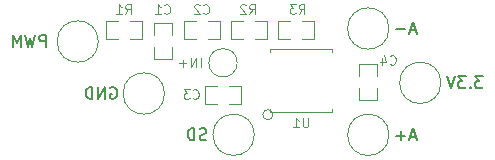
<source format=gbo>
G04 #@! TF.GenerationSoftware,KiCad,Pcbnew,5.0.2-bee76a0~70~ubuntu16.04.1*
G04 #@! TF.CreationDate,2019-08-25T20:36:25-07:00*
G04 #@! TF.ProjectId,endcap,656e6463-6170-42e6-9b69-6361645f7063,rev?*
G04 #@! TF.SameCoordinates,PX2faf080PY2faf080*
G04 #@! TF.FileFunction,Legend,Bot*
G04 #@! TF.FilePolarity,Positive*
%FSLAX46Y46*%
G04 Gerber Fmt 4.6, Leading zero omitted, Abs format (unit mm)*
G04 Created by KiCad (PCBNEW 5.0.2-bee76a0~70~ubuntu16.04.1) date Sun 25 Aug 2019 08:36:25 PM PDT*
%MOMM*%
%LPD*%
G01*
G04 APERTURE LIST*
%ADD10C,0.100000*%
%ADD11C,0.120000*%
%ADD12C,0.150000*%
G04 APERTURE END LIST*
D10*
G04 #@! TO.C,C1*
X53762000Y-28944500D02*
X53762000Y-27928500D01*
X53762000Y-27928500D02*
X52238000Y-27928500D01*
X52238000Y-27928500D02*
X52238000Y-28944500D01*
X52238000Y-29960500D02*
X52238000Y-30976500D01*
X52238000Y-30976500D02*
X53762000Y-30976500D01*
X53762000Y-30976500D02*
X53762000Y-29960500D01*
G04 #@! TO.C,C2*
X56808000Y-29262000D02*
X57824000Y-29262000D01*
X57824000Y-29262000D02*
X57824000Y-27738000D01*
X57824000Y-27738000D02*
X56808000Y-27738000D01*
X55792000Y-27738000D02*
X54776000Y-27738000D01*
X54776000Y-27738000D02*
X54776000Y-29262000D01*
X54776000Y-29262000D02*
X55792000Y-29262000D01*
G04 #@! TO.C,C3*
X56576000Y-34762000D02*
X57592000Y-34762000D01*
X56576000Y-33238000D02*
X56576000Y-34762000D01*
X57592000Y-33238000D02*
X56576000Y-33238000D01*
X59624000Y-33238000D02*
X58608000Y-33238000D01*
X59624000Y-34762000D02*
X59624000Y-33238000D01*
X58608000Y-34762000D02*
X59624000Y-34762000D01*
G04 #@! TO.C,C4*
X69638000Y-33408000D02*
X69638000Y-34424000D01*
X69638000Y-34424000D02*
X71162000Y-34424000D01*
X71162000Y-34424000D02*
X71162000Y-33408000D01*
X71162000Y-32392000D02*
X71162000Y-31376000D01*
X71162000Y-31376000D02*
X69638000Y-31376000D01*
X69638000Y-31376000D02*
X69638000Y-32392000D01*
G04 #@! TO.C,R1*
X48223500Y-29262000D02*
X49239500Y-29262000D01*
X48223500Y-27738000D02*
X48223500Y-29262000D01*
X49239500Y-27738000D02*
X48223500Y-27738000D01*
X51271500Y-27738000D02*
X50255500Y-27738000D01*
X51271500Y-29262000D02*
X51271500Y-27738000D01*
X50255500Y-29262000D02*
X51271500Y-29262000D01*
G04 #@! TO.C,R2*
X60808000Y-29262000D02*
X61824000Y-29262000D01*
X61824000Y-29262000D02*
X61824000Y-27738000D01*
X61824000Y-27738000D02*
X60808000Y-27738000D01*
X59792000Y-27738000D02*
X58776000Y-27738000D01*
X58776000Y-27738000D02*
X58776000Y-29262000D01*
X58776000Y-29262000D02*
X59792000Y-29262000D01*
G04 #@! TO.C,R3*
X62776000Y-29262000D02*
X63792000Y-29262000D01*
X62776000Y-27738000D02*
X62776000Y-29262000D01*
X63792000Y-27738000D02*
X62776000Y-27738000D01*
X65824000Y-27738000D02*
X64808000Y-27738000D01*
X65824000Y-29262000D02*
X65824000Y-27738000D01*
X64808000Y-29262000D02*
X65824000Y-29262000D01*
D11*
G04 #@! TO.C,TP1*
X47550000Y-29500000D02*
G75*
G03X47550000Y-29500000I-1750000J0D01*
G01*
G04 #@! TO.C,TP2*
X53150000Y-33900000D02*
G75*
G03X53150000Y-33900000I-1750000J0D01*
G01*
G04 #@! TO.C,TP3*
X76550000Y-33000000D02*
G75*
G03X76550000Y-33000000I-1750000J0D01*
G01*
G04 #@! TO.C,TP4*
X72150000Y-37400000D02*
G75*
G03X72150000Y-37400000I-1750000J0D01*
G01*
G04 #@! TO.C,TP5*
X72150000Y-28400000D02*
G75*
G03X72150000Y-28400000I-1750000J0D01*
G01*
G04 #@! TO.C,TP6*
X60750000Y-37400000D02*
G75*
G03X60750000Y-37400000I-1750000J0D01*
G01*
G04 #@! TO.C,TP7*
X59300000Y-31300000D02*
G75*
G03X59300000Y-31300000I-1200000J0D01*
G01*
D10*
G04 #@! TO.C,U1*
X62324264Y-35700000D02*
G75*
G03X62324264Y-35700000I-424264J0D01*
G01*
X62100000Y-30400000D02*
X62100000Y-30100000D01*
X62100000Y-30100000D02*
X67300000Y-30100000D01*
X67300000Y-30100000D02*
X67300000Y-30400000D01*
X67300000Y-35200000D02*
X67300000Y-35500000D01*
X67300000Y-35500000D02*
X62100000Y-35500000D01*
X62100000Y-35500000D02*
X62100000Y-35200000D01*
G04 #@! TO.C,C1*
X53133333Y-27085714D02*
X53171428Y-27123809D01*
X53285714Y-27161904D01*
X53361904Y-27161904D01*
X53476190Y-27123809D01*
X53552380Y-27047619D01*
X53590476Y-26971428D01*
X53628571Y-26819047D01*
X53628571Y-26704761D01*
X53590476Y-26552380D01*
X53552380Y-26476190D01*
X53476190Y-26400000D01*
X53361904Y-26361904D01*
X53285714Y-26361904D01*
X53171428Y-26400000D01*
X53133333Y-26438095D01*
X52371428Y-27161904D02*
X52828571Y-27161904D01*
X52600000Y-27161904D02*
X52600000Y-26361904D01*
X52676190Y-26476190D01*
X52752380Y-26552380D01*
X52828571Y-26590476D01*
G04 #@! TO.C,C2*
X56433333Y-27085714D02*
X56471428Y-27123809D01*
X56585714Y-27161904D01*
X56661904Y-27161904D01*
X56776190Y-27123809D01*
X56852380Y-27047619D01*
X56890476Y-26971428D01*
X56928571Y-26819047D01*
X56928571Y-26704761D01*
X56890476Y-26552380D01*
X56852380Y-26476190D01*
X56776190Y-26400000D01*
X56661904Y-26361904D01*
X56585714Y-26361904D01*
X56471428Y-26400000D01*
X56433333Y-26438095D01*
X56128571Y-26438095D02*
X56090476Y-26400000D01*
X56014285Y-26361904D01*
X55823809Y-26361904D01*
X55747619Y-26400000D01*
X55709523Y-26438095D01*
X55671428Y-26514285D01*
X55671428Y-26590476D01*
X55709523Y-26704761D01*
X56166666Y-27161904D01*
X55671428Y-27161904D01*
G04 #@! TO.C,C3*
X55533333Y-34285714D02*
X55571428Y-34323809D01*
X55685714Y-34361904D01*
X55761904Y-34361904D01*
X55876190Y-34323809D01*
X55952380Y-34247619D01*
X55990476Y-34171428D01*
X56028571Y-34019047D01*
X56028571Y-33904761D01*
X55990476Y-33752380D01*
X55952380Y-33676190D01*
X55876190Y-33600000D01*
X55761904Y-33561904D01*
X55685714Y-33561904D01*
X55571428Y-33600000D01*
X55533333Y-33638095D01*
X55266666Y-33561904D02*
X54771428Y-33561904D01*
X55038095Y-33866666D01*
X54923809Y-33866666D01*
X54847619Y-33904761D01*
X54809523Y-33942857D01*
X54771428Y-34019047D01*
X54771428Y-34209523D01*
X54809523Y-34285714D01*
X54847619Y-34323809D01*
X54923809Y-34361904D01*
X55152380Y-34361904D01*
X55228571Y-34323809D01*
X55266666Y-34285714D01*
G04 #@! TO.C,C4*
X72233333Y-31385714D02*
X72271428Y-31423809D01*
X72385714Y-31461904D01*
X72461904Y-31461904D01*
X72576190Y-31423809D01*
X72652380Y-31347619D01*
X72690476Y-31271428D01*
X72728571Y-31119047D01*
X72728571Y-31004761D01*
X72690476Y-30852380D01*
X72652380Y-30776190D01*
X72576190Y-30700000D01*
X72461904Y-30661904D01*
X72385714Y-30661904D01*
X72271428Y-30700000D01*
X72233333Y-30738095D01*
X71547619Y-30928571D02*
X71547619Y-31461904D01*
X71738095Y-30623809D02*
X71928571Y-31195238D01*
X71433333Y-31195238D01*
G04 #@! TO.C,R1*
X49833333Y-27161904D02*
X50100000Y-26780952D01*
X50290476Y-27161904D02*
X50290476Y-26361904D01*
X49985714Y-26361904D01*
X49909523Y-26400000D01*
X49871428Y-26438095D01*
X49833333Y-26514285D01*
X49833333Y-26628571D01*
X49871428Y-26704761D01*
X49909523Y-26742857D01*
X49985714Y-26780952D01*
X50290476Y-26780952D01*
X49071428Y-27161904D02*
X49528571Y-27161904D01*
X49300000Y-27161904D02*
X49300000Y-26361904D01*
X49376190Y-26476190D01*
X49452380Y-26552380D01*
X49528571Y-26590476D01*
G04 #@! TO.C,R2*
X60333333Y-27161904D02*
X60600000Y-26780952D01*
X60790476Y-27161904D02*
X60790476Y-26361904D01*
X60485714Y-26361904D01*
X60409523Y-26400000D01*
X60371428Y-26438095D01*
X60333333Y-26514285D01*
X60333333Y-26628571D01*
X60371428Y-26704761D01*
X60409523Y-26742857D01*
X60485714Y-26780952D01*
X60790476Y-26780952D01*
X60028571Y-26438095D02*
X59990476Y-26400000D01*
X59914285Y-26361904D01*
X59723809Y-26361904D01*
X59647619Y-26400000D01*
X59609523Y-26438095D01*
X59571428Y-26514285D01*
X59571428Y-26590476D01*
X59609523Y-26704761D01*
X60066666Y-27161904D01*
X59571428Y-27161904D01*
G04 #@! TO.C,R3*
X64533333Y-27161904D02*
X64800000Y-26780952D01*
X64990476Y-27161904D02*
X64990476Y-26361904D01*
X64685714Y-26361904D01*
X64609523Y-26400000D01*
X64571428Y-26438095D01*
X64533333Y-26514285D01*
X64533333Y-26628571D01*
X64571428Y-26704761D01*
X64609523Y-26742857D01*
X64685714Y-26780952D01*
X64990476Y-26780952D01*
X64266666Y-26361904D02*
X63771428Y-26361904D01*
X64038095Y-26666666D01*
X63923809Y-26666666D01*
X63847619Y-26704761D01*
X63809523Y-26742857D01*
X63771428Y-26819047D01*
X63771428Y-27009523D01*
X63809523Y-27085714D01*
X63847619Y-27123809D01*
X63923809Y-27161904D01*
X64152380Y-27161904D01*
X64228571Y-27123809D01*
X64266666Y-27085714D01*
G04 #@! TO.C,TP1*
D12*
X43104761Y-29952380D02*
X43104761Y-28952380D01*
X42723809Y-28952380D01*
X42628571Y-29000000D01*
X42580952Y-29047619D01*
X42533333Y-29142857D01*
X42533333Y-29285714D01*
X42580952Y-29380952D01*
X42628571Y-29428571D01*
X42723809Y-29476190D01*
X43104761Y-29476190D01*
X42200000Y-28952380D02*
X41961904Y-29952380D01*
X41771428Y-29238095D01*
X41580952Y-29952380D01*
X41342857Y-28952380D01*
X40961904Y-29952380D02*
X40961904Y-28952380D01*
X40628571Y-29666666D01*
X40295238Y-28952380D01*
X40295238Y-29952380D01*
G04 #@! TO.C,TP2*
X48561904Y-33400000D02*
X48657142Y-33352380D01*
X48800000Y-33352380D01*
X48942857Y-33400000D01*
X49038095Y-33495238D01*
X49085714Y-33590476D01*
X49133333Y-33780952D01*
X49133333Y-33923809D01*
X49085714Y-34114285D01*
X49038095Y-34209523D01*
X48942857Y-34304761D01*
X48800000Y-34352380D01*
X48704761Y-34352380D01*
X48561904Y-34304761D01*
X48514285Y-34257142D01*
X48514285Y-33923809D01*
X48704761Y-33923809D01*
X48085714Y-34352380D02*
X48085714Y-33352380D01*
X47514285Y-34352380D01*
X47514285Y-33352380D01*
X47038095Y-34352380D02*
X47038095Y-33352380D01*
X46800000Y-33352380D01*
X46657142Y-33400000D01*
X46561904Y-33495238D01*
X46514285Y-33590476D01*
X46466666Y-33780952D01*
X46466666Y-33923809D01*
X46514285Y-34114285D01*
X46561904Y-34209523D01*
X46657142Y-34304761D01*
X46800000Y-34352380D01*
X47038095Y-34352380D01*
G04 #@! TO.C,TP3*
X80076190Y-32452380D02*
X79457142Y-32452380D01*
X79790476Y-32833333D01*
X79647619Y-32833333D01*
X79552380Y-32880952D01*
X79504761Y-32928571D01*
X79457142Y-33023809D01*
X79457142Y-33261904D01*
X79504761Y-33357142D01*
X79552380Y-33404761D01*
X79647619Y-33452380D01*
X79933333Y-33452380D01*
X80028571Y-33404761D01*
X80076190Y-33357142D01*
X79028571Y-33357142D02*
X78980952Y-33404761D01*
X79028571Y-33452380D01*
X79076190Y-33404761D01*
X79028571Y-33357142D01*
X79028571Y-33452380D01*
X78647619Y-32452380D02*
X78028571Y-32452380D01*
X78361904Y-32833333D01*
X78219047Y-32833333D01*
X78123809Y-32880952D01*
X78076190Y-32928571D01*
X78028571Y-33023809D01*
X78028571Y-33261904D01*
X78076190Y-33357142D01*
X78123809Y-33404761D01*
X78219047Y-33452380D01*
X78504761Y-33452380D01*
X78600000Y-33404761D01*
X78647619Y-33357142D01*
X77742857Y-32452380D02*
X77409523Y-33452380D01*
X77076190Y-32452380D01*
G04 #@! TO.C,TP4*
X74457142Y-37566666D02*
X73980952Y-37566666D01*
X74552380Y-37852380D02*
X74219047Y-36852380D01*
X73885714Y-37852380D01*
X73552380Y-37471428D02*
X72790476Y-37471428D01*
X73171428Y-37852380D02*
X73171428Y-37090476D01*
G04 #@! TO.C,TP5*
X74457142Y-28566666D02*
X73980952Y-28566666D01*
X74552380Y-28852380D02*
X74219047Y-27852380D01*
X73885714Y-28852380D01*
X73552380Y-28471428D02*
X72790476Y-28471428D01*
G04 #@! TO.C,TP6*
X56685714Y-37804761D02*
X56542857Y-37852380D01*
X56304761Y-37852380D01*
X56209523Y-37804761D01*
X56161904Y-37757142D01*
X56114285Y-37661904D01*
X56114285Y-37566666D01*
X56161904Y-37471428D01*
X56209523Y-37423809D01*
X56304761Y-37376190D01*
X56495238Y-37328571D01*
X56590476Y-37280952D01*
X56638095Y-37233333D01*
X56685714Y-37138095D01*
X56685714Y-37042857D01*
X56638095Y-36947619D01*
X56590476Y-36900000D01*
X56495238Y-36852380D01*
X56257142Y-36852380D01*
X56114285Y-36900000D01*
X55685714Y-37852380D02*
X55685714Y-36852380D01*
X55447619Y-36852380D01*
X55304761Y-36900000D01*
X55209523Y-36995238D01*
X55161904Y-37090476D01*
X55114285Y-37280952D01*
X55114285Y-37423809D01*
X55161904Y-37614285D01*
X55209523Y-37709523D01*
X55304761Y-37804761D01*
X55447619Y-37852380D01*
X55685714Y-37852380D01*
G04 #@! TO.C,TP7*
D10*
X56214285Y-31661904D02*
X56214285Y-30861904D01*
X55833333Y-31661904D02*
X55833333Y-30861904D01*
X55376190Y-31661904D01*
X55376190Y-30861904D01*
X54995238Y-31357142D02*
X54385714Y-31357142D01*
X54690476Y-31661904D02*
X54690476Y-31052380D01*
G04 #@! TO.C,U1*
X65309523Y-35961904D02*
X65309523Y-36609523D01*
X65271428Y-36685714D01*
X65233333Y-36723809D01*
X65157142Y-36761904D01*
X65004761Y-36761904D01*
X64928571Y-36723809D01*
X64890476Y-36685714D01*
X64852380Y-36609523D01*
X64852380Y-35961904D01*
X64052380Y-36761904D02*
X64509523Y-36761904D01*
X64280952Y-36761904D02*
X64280952Y-35961904D01*
X64357142Y-36076190D01*
X64433333Y-36152380D01*
X64509523Y-36190476D01*
G04 #@! TD*
M02*

</source>
